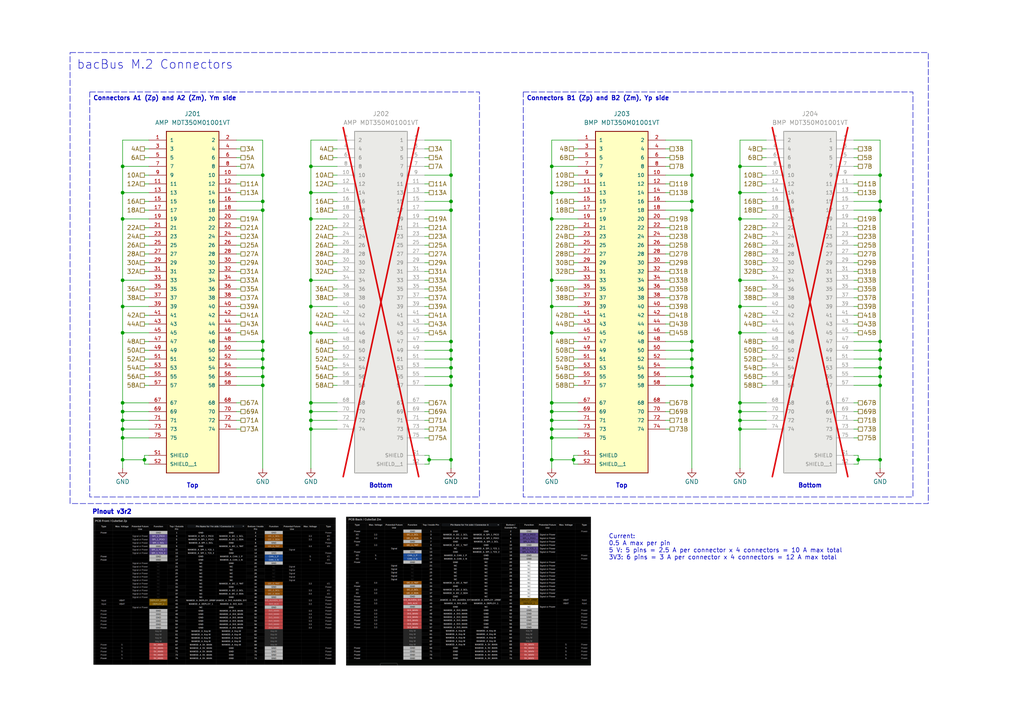
<source format=kicad_sch>
(kicad_sch (version 20231120) (generator "eeschema") (generator_version "8.0")
  (paper "A4")
  (title_block (title "bac MCU MicroMod Main Board USB Adapter v1") (date "2025-02-13") (rev "1") (company "Build a CubeSat") (comment 1 "Manuel Imboden") (comment 2 "CC BY-SA 4.0") (comment 3 "https://buildacubesat.space"))
  (lib_symbols
    (symbol "bac EPS v1:AMP MDT350M01001VT" (pin_names (offset 1.016))
      (property "Reference" "J" (at -7.62 49.53 0))
      (property "Value" "AMP MDT350M01001VT" (at -11.176 -53.594 0))
      (symbol "AMP MDT350M01001VT_0_0"
        (rectangle (start -7.62 48.26) (end 7.62 -50.8) (stroke (width 0.254)) (fill (type background)))
        (pin passive line (at -12.7 45.72 0) (length 5.08) (name "1") (number "1"))
        (pin passive line (at 12.7 35.56 180) (length 5.08) (name "10") (number "10"))
        (pin passive line (at -12.7 33.02 0) (length 5.08) (name "11") (number "11"))
        (pin passive line (at 12.7 33.02 180) (length 5.08) (name "12") (number "12"))
        (pin passive line (at -12.7 30.48 0) (length 5.08) (name "13") (number "13"))
        (pin passive line (at 12.7 30.48 180) (length 5.08) (name "14") (number "14"))
        (pin passive line (at -12.7 27.94 0) (length 5.08) (name "15") (number "15"))
        (pin passive line (at 12.7 27.94 180) (length 5.08) (name "16") (number "16"))
        (pin passive line (at -12.7 25.4 0) (length 5.08) (name "17") (number "17"))
        (pin passive line (at 12.7 25.4 180) (length 5.08) (name "18") (number "18"))
        (pin passive line (at -12.7 22.86 0) (length 5.08) (name "19") (number "19"))
        (pin passive line (at 12.7 45.72 180) (length 5.08) (name "2") (number "2"))
        (pin passive line (at 12.7 22.86 180) (length 5.08) (name "20") (number "20"))
        (pin passive line (at -12.7 20.32 0) (length 5.08) (name "21") (number "21"))
        (pin passive line (at 12.7 20.32 180) (length 5.08) (name "22") (number "22"))
        (pin passive line (at -12.7 17.78 0) (length 5.08) (name "23") (number "23"))
        (pin passive line (at 12.7 17.78 180) (length 5.08) (name "24") (number "24"))
        (pin passive line (at -12.7 15.24 0) (length 5.08) (name "25") (number "25"))
        (pin passive line (at 12.7 15.24 180) (length 5.08) (name "26") (number "26"))
        (pin passive line (at -12.7 12.7 0) (length 5.08) (name "27") (number "27"))
        (pin passive line (at 12.7 12.7 180) (length 5.08) (name "28") (number "28"))
        (pin passive line (at -12.7 10.16 0) (length 5.08) (name "29") (number "29"))
        (pin passive line (at -12.7 43.18 0) (length 5.08) (name "3") (number "3"))
        (pin passive line (at 12.7 10.16 180) (length 5.08) (name "30") (number "30"))
        (pin passive line (at -12.7 7.62 0) (length 5.08) (name "31") (number "31"))
        (pin passive line (at 12.7 7.62 180) (length 5.08) (name "32") (number "32"))
        (pin passive line (at -12.7 5.08 0) (length 5.08) (name "33") (number "33"))
        (pin passive line (at 12.7 5.08 180) (length 5.08) (name "34") (number "34"))
        (pin passive line (at -12.7 2.54 0) (length 5.08) (name "35") (number "35"))
        (pin passive line (at 12.7 2.54 180) (length 5.08) (name "36") (number "36"))
        (pin passive line (at -12.7 0 0) (length 5.08) (name "37") (number "37"))
        (pin passive line (at 12.7 0 180) (length 5.08) (name "38") (number "38"))
        (pin passive line (at -12.7 -2.54 0) (length 5.08) (name "39") (number "39"))
        (pin passive line (at 12.7 43.18 180) (length 5.08) (name "4") (number "4"))
        (pin passive line (at 12.7 -2.54 180) (length 5.08) (name "40") (number "40"))
        (pin passive line (at -12.7 -5.08 0) (length 5.08) (name "41") (number "41"))
        (pin passive line (at 12.7 -5.08 180) (length 5.08) (name "42") (number "42"))
        (pin passive line (at -12.7 -7.62 0) (length 5.08) (name "43") (number "43"))
        (pin passive line (at 12.7 -7.62 180) (length 5.08) (name "44") (number "44"))
        (pin passive line (at -12.7 -10.16 0) (length 5.08) (name "45") (number "45"))
        (pin passive line (at 12.7 -10.16 180) (length 5.08) (name "46") (number "46"))
        (pin passive line (at -12.7 -12.7 0) (length 5.08) (name "47") (number "47"))
        (pin passive line (at 12.7 -12.7 180) (length 5.08) (name "48") (number "48"))
        (pin passive line (at -12.7 -15.24 0) (length 5.08) (name "49") (number "49"))
        (pin passive line (at -12.7 40.64 0) (length 5.08) (name "5") (number "5"))
        (pin passive line (at 12.7 -15.24 180) (length 5.08) (name "50") (number "50"))
        (pin passive line (at -12.7 -17.78 0) (length 5.08) (name "51") (number "51"))
        (pin passive line (at 12.7 -17.78 180) (length 5.08) (name "52") (number "52"))
        (pin passive line (at -12.7 -20.32 0) (length 5.08) (name "53") (number "53"))
        (pin passive line (at 12.7 -20.32 180) (length 5.08) (name "54") (number "54"))
        (pin passive line (at -12.7 -22.86 0) (length 5.08) (name "55") (number "55"))
        (pin passive line (at 12.7 -22.86 180) (length 5.08) (name "56") (number "56"))
        (pin passive line (at -12.7 -25.4 0) (length 5.08) (name "57") (number "57"))
        (pin passive line (at 12.7 -25.4 180) (length 5.08) (name "58") (number "58"))
        (pin passive line (at 12.7 40.64 180) (length 5.08) (name "6") (number "6"))
        (pin passive line (at -12.7 -30.48 0) (length 5.08) (name "67") (number "67"))
        (pin passive line (at 12.7 -30.48 180) (length 5.08) (name "68") (number "68"))
        (pin passive line (at -12.7 -33.02 0) (length 5.08) (name "69") (number "69"))
        (pin passive line (at -12.7 38.1 0) (length 5.08) (name "7") (number "7"))
        (pin passive line (at 12.7 -33.02 180) (length 5.08) (name "70") (number "70"))
        (pin passive line (at -12.7 -35.56 0) (length 5.08) (name "71") (number "71"))
        (pin passive line (at 12.7 -35.56 180) (length 5.08) (name "72") (number "72"))
        (pin passive line (at -12.7 -38.1 0) (length 5.08) (name "73") (number "73"))
        (pin passive line (at 12.7 -38.1 180) (length 5.08) (name "74") (number "74"))
        (pin passive line (at -12.7 -40.64 0) (length 5.08) (name "75") (number "75"))
        (pin passive line (at 12.7 38.1 180) (length 5.08) (name "8") (number "8"))
        (pin passive line (at -12.7 35.56 0) (length 5.08) (name "9") (number "9"))
        (pin passive line (at -12.7 -45.72 0) (length 5.08) (name "SHIELD") (number "S1"))
        (pin passive line (at -12.7 -48.26 0) (length 5.08) (name "SHIELD__1") (number "S2"))
      )
    )
    (symbol "power:GND" (power) (pin_numbers hide) (pin_names (offset 0) hide)
      (property "Value" "GND" (at 0 -3.81 0))
      (symbol "GND_0_1"
        (polyline (pts (xy 0 0) (xy 0 -1.27) (xy 1.27 -1.27) (xy 0 -2.54) (xy -1.27 -1.27) (xy 0 -1.27)))
      )
      (symbol "GND_1_1"
        (pin power_in line (at 0 0 270) (length 0) (name "~") (number "1"))
      )
    )
  )
  (junction (at 130.81 109.22))
  (junction (at 214.63 121.92))
  (junction (at 214.63 48.26))
  (junction (at 200.66 101.6))
  (junction (at 35.56 96.52))
  (junction (at 248.92 133.35))
  (junction (at 130.81 58.42))
  (junction (at 76.2 111.76))
  (junction (at 76.2 106.68))
  (junction (at 200.66 106.68))
  (junction (at 76.2 101.6))
  (junction (at 214.63 119.38))
  (junction (at 255.27 58.42))
  (junction (at 130.81 106.68))
  (junction (at 76.2 58.42))
  (junction (at 35.56 116.84))
  (junction (at 35.56 124.46))
  (junction (at 90.17 81.28))
  (junction (at 90.17 119.38))
  (junction (at 255.27 104.14))
  (junction (at 255.27 106.68))
  (junction (at 160.02 48.26))
  (junction (at 200.66 111.76))
  (junction (at 35.56 121.92))
  (junction (at 90.17 96.52))
  (junction (at 160.02 96.52))
  (junction (at 90.17 88.9))
  (junction (at 90.17 124.46))
  (junction (at 200.66 99.06))
  (junction (at 35.56 88.9))
  (junction (at 35.56 81.28))
  (junction (at 214.63 116.84))
  (junction (at 255.27 111.76))
  (junction (at 160.02 116.84))
  (junction (at 255.27 60.96))
  (junction (at 214.63 88.9))
  (junction (at 90.17 48.26))
  (junction (at 130.81 133.35))
  (junction (at 255.27 109.22))
  (junction (at 255.27 50.8))
  (junction (at 255.27 99.06))
  (junction (at 160.02 63.5))
  (junction (at 214.63 124.46))
  (junction (at 90.17 116.84))
  (junction (at 130.81 111.76))
  (junction (at 160.02 55.88))
  (junction (at 130.81 60.96))
  (junction (at 76.2 109.22))
  (junction (at 124.46 133.35))
  (junction (at 200.66 109.22))
  (junction (at 76.2 60.96))
  (junction (at 200.66 58.42))
  (junction (at 90.17 55.88))
  (junction (at 200.66 60.96))
  (junction (at 35.56 133.35))
  (junction (at 35.56 63.5))
  (junction (at 41.91 133.35))
  (junction (at 214.63 81.28))
  (junction (at 130.81 101.6))
  (junction (at 214.63 63.5))
  (junction (at 76.2 99.06))
  (junction (at 35.56 119.38))
  (junction (at 76.2 104.14))
  (junction (at 130.81 50.8))
  (junction (at 35.56 127))
  (junction (at 200.66 104.14))
  (junction (at 130.81 104.14))
  (junction (at 160.02 88.9))
  (junction (at 255.27 133.35))
  (junction (at 200.66 50.8))
  (junction (at 90.17 121.92))
  (junction (at 160.02 121.92))
  (junction (at 35.56 55.88))
  (junction (at 76.2 50.8))
  (junction (at 160.02 81.28))
  (junction (at 160.02 124.46))
  (junction (at 160.02 119.38))
  (junction (at 214.63 96.52))
  (junction (at 160.02 133.35))
  (junction (at 166.37 133.35))
  (junction (at 130.81 99.06))
  (junction (at 255.27 101.6))
  (junction (at 90.17 63.5))
  (junction (at 214.63 55.88))
  (junction (at 35.56 48.26))
  (junction (at 160.02 127))
  (wire (pts (xy 90.17 55.88) (xy 90.17 48.26)))
  (wire (pts (xy 166.37 71.12) (xy 167.64 71.12)))
  (wire (pts (xy 166.37 58.42) (xy 167.64 58.42)))
  (wire (pts (xy 124.46 43.18) (xy 123.19 43.18)))
  (wire (pts (xy 248.92 78.74) (xy 247.65 78.74)))
  (wire (pts (xy 160.02 88.9) (xy 160.02 96.52)))
  (wire (pts (xy 248.92 48.26) (xy 247.65 48.26)))
  (wire (pts (xy 166.37 111.76) (xy 167.64 111.76)))
  (wire (pts (xy 41.91 86.36) (xy 43.18 86.36)))
  (wire (pts (xy 220.98 76.2) (xy 222.25 76.2)))
  (wire (pts (xy 220.98 68.58) (xy 222.25 68.58)))
  (wire (pts (xy 41.91 68.58) (xy 43.18 68.58)))
  (wire (pts (xy 255.27 50.8) (xy 255.27 58.42)))
  (wire (pts (xy 96.52 111.76) (xy 97.79 111.76)))
  (wire (pts (xy 130.81 40.64) (xy 130.81 50.8)))
  (wire (pts (xy 124.46 119.38) (xy 123.19 119.38)))
  (wire (pts (xy 130.81 111.76) (xy 123.19 111.76)))
  (wire (pts (xy 214.63 55.88) (xy 214.63 48.26)))
  (wire (pts (xy 124.46 81.28) (xy 123.19 81.28)))
  (wire (pts (xy 69.85 96.52) (xy 68.58 96.52)))
  (wire (pts (xy 130.81 101.6) (xy 130.81 104.14)))
  (wire (pts (xy 90.17 135.89) (xy 90.17 124.46)))
  (wire (pts (xy 166.37 45.72) (xy 167.64 45.72)))
  (wire (pts (xy 166.37 83.82) (xy 167.64 83.82)))
  (wire (pts (xy 222.25 40.64) (xy 214.63 40.64)))
  (wire (pts (xy 90.17 121.92) (xy 97.79 121.92)))
  (wire (pts (xy 41.91 99.06) (xy 43.18 99.06)))
  (wire (pts (xy 248.92 96.52) (xy 247.65 96.52)))
  (wire (pts (xy 194.31 43.18) (xy 193.04 43.18)))
  (wire (pts (xy 96.52 43.18) (xy 97.79 43.18)))
  (wire (pts (xy 124.46 78.74) (xy 123.19 78.74)))
  (wire (pts (xy 214.63 124.46) (xy 222.25 124.46)))
  (wire (pts (xy 96.52 45.72) (xy 97.79 45.72)))
  (wire (pts (xy 200.66 111.76) (xy 200.66 135.89)))
  (wire (pts (xy 214.63 40.64) (xy 214.63 48.26)))
  (wire (pts (xy 41.91 43.18) (xy 43.18 43.18)))
  (wire (pts (xy 255.27 60.96) (xy 247.65 60.96)))
  (wire (pts (xy 69.85 68.58) (xy 68.58 68.58)))
  (wire (pts (xy 166.37 60.96) (xy 167.64 60.96)))
  (wire (pts (xy 69.85 91.44) (xy 68.58 91.44)))
  (wire (pts (xy 69.85 78.74) (xy 68.58 78.74)))
  (wire (pts (xy 96.52 50.8) (xy 97.79 50.8)))
  (wire (pts (xy 130.81 133.35) (xy 130.81 135.89)))
  (wire (pts (xy 200.66 109.22) (xy 200.66 111.76)))
  (wire (pts (xy 41.91 78.74) (xy 43.18 78.74)))
  (wire (pts (xy 90.17 116.84) (xy 97.79 116.84)))
  (wire (pts (xy 130.81 50.8) (xy 130.81 58.42)))
  (wire (pts (xy 69.85 73.66) (xy 68.58 73.66)))
  (wire (pts (xy 69.85 116.84) (xy 68.58 116.84)))
  (wire (pts (xy 90.17 116.84) (xy 90.17 96.52)))
  (wire (pts (xy 41.91 76.2) (xy 43.18 76.2)))
  (wire (pts (xy 166.37 132.08) (xy 166.37 133.35)))
  (wire (pts (xy 130.81 60.96) (xy 130.81 99.06)))
  (wire (pts (xy 90.17 96.52) (xy 97.79 96.52)))
  (wire (pts (xy 255.27 111.76) (xy 247.65 111.76)))
  (wire (pts (xy 214.63 124.46) (xy 214.63 121.92)))
  (wire (pts (xy 124.46 66.04) (xy 123.19 66.04)))
  (wire (pts (xy 35.56 55.88) (xy 35.56 48.26)))
  (wire (pts (xy 214.63 81.28) (xy 214.63 88.9)))
  (wire (pts (xy 200.66 104.14) (xy 200.66 106.68)))
  (wire (pts (xy 76.2 104.14) (xy 76.2 106.68)))
  (wire (pts (xy 167.64 40.64) (xy 160.02 40.64)))
  (wire (pts (xy 35.56 63.5) (xy 35.56 81.28)))
  (wire (pts (xy 124.46 71.12) (xy 123.19 71.12)))
  (wire (pts (xy 35.56 124.46) (xy 43.18 124.46)))
  (wire (pts (xy 200.66 60.96) (xy 200.66 99.06)))
  (wire (pts (xy 69.85 119.38) (xy 68.58 119.38)))
  (wire (pts (xy 200.66 60.96) (xy 193.04 60.96)))
  (wire (pts (xy 160.02 48.26) (xy 160.02 40.64)))
  (wire (pts (xy 255.27 99.06) (xy 255.27 101.6)))
  (wire (pts (xy 130.81 109.22) (xy 130.81 111.76)))
  (wire (pts (xy 76.2 40.64) (xy 76.2 50.8)))
  (wire (pts (xy 96.52 83.82) (xy 97.79 83.82)))
  (wire (pts (xy 200.66 106.68) (xy 200.66 109.22)))
  (wire (pts (xy 41.91 60.96) (xy 43.18 60.96)))
  (wire (pts (xy 166.37 106.68) (xy 167.64 106.68)))
  (wire (pts (xy 130.81 40.64) (xy 123.19 40.64)))
  (wire (pts (xy 76.2 109.22) (xy 76.2 111.76)))
  (wire (pts (xy 248.92 66.04) (xy 247.65 66.04)))
  (wire (pts (xy 69.85 124.46) (xy 68.58 124.46)))
  (wire (pts (xy 69.85 83.82) (xy 68.58 83.82)))
  (wire (pts (xy 194.31 68.58) (xy 193.04 68.58)))
  (wire (pts (xy 35.56 81.28) (xy 35.56 88.9)))
  (wire (pts (xy 96.52 68.58) (xy 97.79 68.58)))
  (wire (pts (xy 96.52 104.14) (xy 97.79 104.14)))
  (wire (pts (xy 194.31 48.26) (xy 193.04 48.26)))
  (wire (pts (xy 124.46 132.08) (xy 124.46 133.35)))
  (wire (pts (xy 166.37 101.6) (xy 167.64 101.6)))
  (wire (pts (xy 194.31 45.72) (xy 193.04 45.72)))
  (wire (pts (xy 41.91 58.42) (xy 43.18 58.42)))
  (wire (pts (xy 90.17 88.9) (xy 97.79 88.9)))
  (wire (pts (xy 96.52 76.2) (xy 97.79 76.2)))
  (wire (pts (xy 69.85 81.28) (xy 68.58 81.28)))
  (wire (pts (xy 124.46 127) (xy 123.19 127)))
  (wire (pts (xy 96.52 93.98) (xy 97.79 93.98)))
  (wire (pts (xy 220.98 104.14) (xy 222.25 104.14)))
  (wire (pts (xy 200.66 101.6) (xy 200.66 104.14)))
  (wire (pts (xy 76.2 101.6) (xy 68.58 101.6)))
  (wire (pts (xy 76.2 99.06) (xy 68.58 99.06)))
  (wire (pts (xy 255.27 106.68) (xy 247.65 106.68)))
  (wire (pts (xy 166.37 68.58) (xy 167.64 68.58)))
  (wire (pts (xy 255.27 133.35) (xy 255.27 135.89)))
  (wire (pts (xy 35.56 88.9) (xy 35.56 96.52)))
  (wire (pts (xy 130.81 106.68) (xy 123.19 106.68)))
  (wire (pts (xy 166.37 91.44) (xy 167.64 91.44)))
  (wire (pts (xy 124.46 121.92) (xy 123.19 121.92)))
  (wire (pts (xy 194.31 91.44) (xy 193.04 91.44)))
  (wire (pts (xy 41.91 45.72) (xy 43.18 45.72)))
  (wire (pts (xy 248.92 132.08) (xy 248.92 133.35)))
  (wire (pts (xy 160.02 127) (xy 167.64 127)))
  (wire (pts (xy 76.2 111.76) (xy 76.2 135.89)))
  (wire (pts (xy 35.56 96.52) (xy 35.56 116.84)))
  (wire (pts (xy 124.46 76.2) (xy 123.19 76.2)))
  (wire (pts (xy 41.91 111.76) (xy 43.18 111.76)))
  (wire (pts (xy 35.56 116.84) (xy 35.56 119.38)))
  (wire (pts (xy 96.52 99.06) (xy 97.79 99.06)))
  (wire (pts (xy 255.27 60.96) (xy 255.27 99.06)))
  (wire (pts (xy 160.02 96.52) (xy 167.64 96.52)))
  (wire (pts (xy 214.63 48.26) (xy 222.25 48.26)))
  (wire (pts (xy 194.31 73.66) (xy 193.04 73.66)))
  (wire (pts (xy 248.92 133.35) (xy 248.92 134.62)))
  (wire (pts (xy 255.27 109.22) (xy 247.65 109.22)))
  (wire (pts (xy 200.66 40.64) (xy 193.04 40.64)))
  (wire (pts (xy 255.27 40.64) (xy 255.27 50.8)))
  (wire (pts (xy 220.98 50.8) (xy 222.25 50.8)))
  (wire (pts (xy 96.52 109.22) (xy 97.79 109.22)))
  (wire (pts (xy 76.2 106.68) (xy 68.58 106.68)))
  (wire (pts (xy 220.98 86.36) (xy 222.25 86.36)))
  (wire (pts (xy 35.56 135.89) (xy 35.56 133.35)))
  (wire (pts (xy 166.37 104.14) (xy 167.64 104.14)))
  (wire (pts (xy 214.63 96.52) (xy 222.25 96.52)))
  (wire (pts (xy 130.81 109.22) (xy 123.19 109.22)))
  (wire (pts (xy 41.91 71.12) (xy 43.18 71.12)))
  (wire (pts (xy 160.02 55.88) (xy 167.64 55.88)))
  (wire (pts (xy 160.02 116.84) (xy 160.02 96.52)))
  (wire (pts (xy 96.52 86.36) (xy 97.79 86.36)))
  (wire (pts (xy 220.98 106.68) (xy 222.25 106.68)))
  (wire (pts (xy 220.98 91.44) (xy 222.25 91.44)))
  (wire (pts (xy 124.46 73.66) (xy 123.19 73.66)))
  (wire (pts (xy 90.17 55.88) (xy 97.79 55.88)))
  (wire (pts (xy 41.91 91.44) (xy 43.18 91.44)))
  (wire (pts (xy 255.27 106.68) (xy 255.27 109.22)))
  (wire (pts (xy 248.92 132.08) (xy 247.65 132.08)))
  (wire (pts (xy 214.63 121.92) (xy 214.63 119.38)))
  (wire (pts (xy 220.98 99.06) (xy 222.25 99.06)))
  (wire (pts (xy 248.92 63.5) (xy 247.65 63.5)))
  (wire (pts (xy 194.31 96.52) (xy 193.04 96.52)))
  (wire (pts (xy 248.92 88.9) (xy 247.65 88.9)))
  (wire (pts (xy 166.37 99.06) (xy 167.64 99.06)))
  (wire (pts (xy 96.52 78.74) (xy 97.79 78.74)))
  (wire (pts (xy 124.46 83.82) (xy 123.19 83.82)))
  (wire (pts (xy 69.85 86.36) (xy 68.58 86.36)))
  (wire (pts (xy 194.31 121.92) (xy 193.04 121.92)))
  (wire (pts (xy 69.85 55.88) (xy 68.58 55.88)))
  (wire (pts (xy 160.02 81.28) (xy 160.02 63.5)))
  (wire (pts (xy 166.37 73.66) (xy 167.64 73.66)))
  (wire (pts (xy 200.66 40.64) (xy 200.66 50.8)))
  (wire (pts (xy 69.85 93.98) (xy 68.58 93.98)))
  (wire (pts (xy 248.92 134.62) (xy 247.65 134.62)))
  (wire (pts (xy 76.2 101.6) (xy 76.2 104.14)))
  (wire (pts (xy 214.63 63.5) (xy 214.63 81.28)))
  (wire (pts (xy 160.02 121.92) (xy 160.02 119.38)))
  (wire (pts (xy 35.56 127) (xy 35.56 124.46)))
  (wire (pts (xy 90.17 81.28) (xy 90.17 63.5)))
  (wire (pts (xy 255.27 58.42) (xy 255.27 60.96)))
  (wire (pts (xy 194.31 66.04) (xy 193.04 66.04)))
  (wire (pts (xy 41.91 134.62) (xy 43.18 134.62)))
  (wire (pts (xy 160.02 133.35) (xy 160.02 127)))
  (wire (pts (xy 96.52 71.12) (xy 97.79 71.12)))
  (wire (pts (xy 160.02 133.35) (xy 166.37 133.35)))
  (wire (pts (xy 76.2 50.8) (xy 76.2 58.42)))
  (wire (pts (xy 194.31 119.38) (xy 193.04 119.38)))
  (wire (pts (xy 166.37 76.2) (xy 167.64 76.2)))
  (wire (pts (xy 69.85 53.34) (xy 68.58 53.34)))
  (wire (pts (xy 76.2 111.76) (xy 68.58 111.76)))
  (wire (pts (xy 123.19 116.84) (xy 124.46 116.84)))
  (wire (pts (xy 35.56 127) (xy 43.18 127)))
  (wire (pts (xy 76.2 106.68) (xy 76.2 109.22)))
  (wire (pts (xy 194.31 55.88) (xy 193.04 55.88)))
  (wire (pts (xy 194.31 88.9) (xy 193.04 88.9)))
  (wire (pts (xy 41.91 53.34) (xy 43.18 53.34)))
  (wire (pts (xy 160.02 119.38) (xy 167.64 119.38)))
  (wire (pts (xy 194.31 53.34) (xy 193.04 53.34)))
  (wire (pts (xy 194.31 93.98) (xy 193.04 93.98)))
  (wire (pts (xy 160.02 116.84) (xy 167.64 116.84)))
  (wire (pts (xy 41.91 104.14) (xy 43.18 104.14)))
  (wire (pts (xy 255.27 104.14) (xy 247.65 104.14)))
  (wire (pts (xy 160.02 127) (xy 160.02 124.46)))
  (wire (pts (xy 214.63 119.38) (xy 222.25 119.38)))
  (wire (pts (xy 160.02 63.5) (xy 167.64 63.5)))
  (wire (pts (xy 124.46 93.98) (xy 123.19 93.98)))
  (wire (pts (xy 76.2 58.42) (xy 76.2 60.96)))
  (wire (pts (xy 166.37 50.8) (xy 167.64 50.8)))
  (wire (pts (xy 160.02 124.46) (xy 160.02 121.92)))
  (wire (pts (xy 90.17 48.26) (xy 97.79 48.26)))
  (wire (pts (xy 220.98 71.12) (xy 222.25 71.12)))
  (wire (pts (xy 130.81 99.06) (xy 130.81 101.6)))
  (wire (pts (xy 69.85 43.18) (xy 68.58 43.18)))
  (wire (pts (xy 248.92 43.18) (xy 247.65 43.18)))
  (wire (pts (xy 248.92 55.88) (xy 247.65 55.88)))
  (wire (pts (xy 166.37 86.36) (xy 167.64 86.36)))
  (wire (pts (xy 41.91 73.66) (xy 43.18 73.66)))
  (wire (pts (xy 160.02 88.9) (xy 167.64 88.9)))
  (wire (pts (xy 130.81 106.68) (xy 130.81 109.22)))
  (wire (pts (xy 194.31 124.46) (xy 193.04 124.46)))
  (wire (pts (xy 124.46 55.88) (xy 123.19 55.88)))
  (wire (pts (xy 166.37 134.62) (xy 167.64 134.62)))
  (wire (pts (xy 96.52 60.96) (xy 97.79 60.96)))
  (wire (pts (xy 160.02 116.84) (xy 160.02 119.38)))
  (wire (pts (xy 41.91 132.08) (xy 41.91 133.35)))
  (wire (pts (xy 35.56 88.9) (xy 43.18 88.9)))
  (wire (pts (xy 166.37 132.08) (xy 167.64 132.08)))
  (wire (pts (xy 248.92 121.92) (xy 247.65 121.92)))
  (wire (pts (xy 69.85 48.26) (xy 68.58 48.26)))
  (wire (pts (xy 220.98 73.66) (xy 222.25 73.66)))
  (wire (pts (xy 41.91 83.82) (xy 43.18 83.82)))
  (wire (pts (xy 194.31 71.12) (xy 193.04 71.12)))
  (wire (pts (xy 96.52 58.42) (xy 97.79 58.42)))
  (wire (pts (xy 124.46 133.35) (xy 124.46 134.62)))
  (wire (pts (xy 200.66 58.42) (xy 200.66 60.96)))
  (wire (pts (xy 193.04 50.8) (xy 200.66 50.8)))
  (wire (pts (xy 160.02 81.28) (xy 160.02 88.9)))
  (wire (pts (xy 214.63 96.52) (xy 214.63 116.84)))
  (wire (pts (xy 214.63 88.9) (xy 214.63 96.52)))
  (wire (pts (xy 41.91 132.08) (xy 43.18 132.08)))
  (wire (pts (xy 68.58 50.8) (xy 76.2 50.8)))
  (wire (pts (xy 130.81 101.6) (xy 123.19 101.6)))
  (wire (pts (xy 214.63 135.89) (xy 214.63 124.46)))
  (wire (pts (xy 200.66 99.06) (xy 193.04 99.06)))
  (wire (pts (xy 200.66 58.42) (xy 193.04 58.42)))
  (wire (pts (xy 124.46 86.36) (xy 123.19 86.36)))
  (wire (pts (xy 214.63 116.84) (xy 214.63 119.38)))
  (wire (pts (xy 194.31 63.5) (xy 193.04 63.5)))
  (wire (pts (xy 194.31 83.82) (xy 193.04 83.82)))
  (wire (pts (xy 200.66 111.76) (xy 193.04 111.76)))
  (wire (pts (xy 255.27 111.76) (xy 255.27 133.35)))
  (wire (pts (xy 90.17 63.5) (xy 90.17 55.88)))
  (wire (pts (xy 247.65 50.8) (xy 255.27 50.8)))
  (wire (pts (xy 220.98 45.72) (xy 222.25 45.72)))
  (wire (pts (xy 130.81 104.14) (xy 123.19 104.14)))
  (wire (pts (xy 35.56 133.35) (xy 41.91 133.35)))
  (wire (pts (xy 255.27 99.06) (xy 247.65 99.06)))
  (wire (pts (xy 220.98 101.6) (xy 222.25 101.6)))
  (wire (pts (xy 96.52 53.34) (xy 97.79 53.34)))
  (wire (pts (xy 35.56 55.88) (xy 35.56 63.5)))
  (wire (pts (xy 96.52 66.04) (xy 97.79 66.04)))
  (wire (pts (xy 124.46 63.5) (xy 123.19 63.5)))
  (wire (pts (xy 90.17 81.28) (xy 97.79 81.28)))
  (wire (pts (xy 248.92 68.58) (xy 247.65 68.58)))
  (wire (pts (xy 76.2 109.22) (xy 68.58 109.22)))
  (wire (pts (xy 166.37 43.18) (xy 167.64 43.18)))
  (wire (pts (xy 69.85 71.12) (xy 68.58 71.12)))
  (wire (pts (xy 194.31 86.36) (xy 193.04 86.36)))
  (wire (pts (xy 90.17 88.9) (xy 90.17 81.28)))
  (wire (pts (xy 248.92 45.72) (xy 247.65 45.72)))
  (wire (pts (xy 124.46 53.34) (xy 123.19 53.34)))
  (wire (pts (xy 41.91 106.68) (xy 43.18 106.68)))
  (wire (pts (xy 130.81 58.42) (xy 123.19 58.42)))
  (wire (pts (xy 166.37 133.35) (xy 166.37 134.62)))
  (wire (pts (xy 248.92 127) (xy 247.65 127)))
  (wire (pts (xy 69.85 76.2) (xy 68.58 76.2)))
  (wire (pts (xy 248.92 71.12) (xy 247.65 71.12)))
  (wire (pts (xy 214.63 116.84) (xy 222.25 116.84)))
  (wire (pts (xy 248.92 124.46) (xy 247.65 124.46)))
  (wire (pts (xy 41.91 109.22) (xy 43.18 109.22)))
  (wire (pts (xy 69.85 88.9) (xy 68.58 88.9)))
  (wire (pts (xy 124.46 48.26) (xy 123.19 48.26)))
  (wire (pts (xy 200.66 104.14) (xy 193.04 104.14)))
  (wire (pts (xy 124.46 124.46) (xy 123.19 124.46)))
  (wire (pts (xy 76.2 40.64) (xy 68.58 40.64)))
  (wire (pts (xy 130.81 111.76) (xy 130.81 133.35)))
  (wire (pts (xy 248.92 81.28) (xy 247.65 81.28)))
  (wire (pts (xy 90.17 121.92) (xy 90.17 119.38)))
  (wire (pts (xy 130.81 60.96) (xy 123.19 60.96)))
  (wire (pts (xy 248.92 73.66) (xy 247.65 73.66)))
  (wire (pts (xy 220.98 83.82) (xy 222.25 83.82)))
  (wire (pts (xy 220.98 78.74) (xy 222.25 78.74)))
  (wire (pts (xy 166.37 53.34) (xy 167.64 53.34)))
  (wire (pts (xy 255.27 104.14) (xy 255.27 106.68)))
  (wire (pts (xy 160.02 55.88) (xy 160.02 63.5)))
  (wire (pts (xy 166.37 78.74) (xy 167.64 78.74)))
  (wire (pts (xy 43.18 40.64) (xy 35.56 40.64)))
  (wire (pts (xy 35.56 119.38) (xy 43.18 119.38)))
  (wire (pts (xy 41.91 66.04) (xy 43.18 66.04)))
  (wire (pts (xy 160.02 81.28) (xy 167.64 81.28)))
  (wire (pts (xy 124.46 96.52) (xy 123.19 96.52)))
  (wire (pts (xy 220.98 60.96) (xy 222.25 60.96)))
  (wire (pts (xy 35.56 48.26) (xy 43.18 48.26)))
  (wire (pts (xy 96.52 73.66) (xy 97.79 73.66)))
  (wire (pts (xy 90.17 124.46) (xy 97.79 124.46)))
  (wire (pts (xy 35.56 119.38) (xy 35.56 121.92)))
  (wire (pts (xy 124.46 132.08) (xy 123.19 132.08)))
  (wire (pts (xy 130.81 99.06) (xy 123.19 99.06)))
  (wire (pts (xy 130.81 104.14) (xy 130.81 106.68)))
  (wire (pts (xy 35.56 63.5) (xy 43.18 63.5)))
  (wire (pts (xy 160.02 135.89) (xy 160.02 133.35)))
  (wire (pts (xy 35.56 55.88) (xy 43.18 55.88)))
  (wire (pts (xy 76.2 58.42) (xy 68.58 58.42)))
  (wire (pts (xy 200.66 101.6) (xy 193.04 101.6)))
  (wire (pts (xy 200.66 109.22) (xy 193.04 109.22)))
  (wire (pts (xy 220.98 93.98) (xy 222.25 93.98)))
  (wire (pts (xy 214.63 55.88) (xy 214.63 63.5)))
  (wire (pts (xy 76.2 60.96) (xy 68.58 60.96)))
  (wire (pts (xy 96.52 101.6) (xy 97.79 101.6)))
  (wire (pts (xy 123.19 50.8) (xy 130.81 50.8)))
  (wire (pts (xy 35.56 40.64) (xy 35.56 48.26)))
  (wire (pts (xy 166.37 109.22) (xy 167.64 109.22)))
  (wire (pts (xy 248.92 91.44) (xy 247.65 91.44)))
  (wire (pts (xy 220.98 43.18) (xy 222.25 43.18)))
  (wire (pts (xy 214.63 55.88) (xy 222.25 55.88)))
  (wire (pts (xy 194.31 78.74) (xy 193.04 78.74)))
  (wire (pts (xy 90.17 121.92) (xy 90.17 124.46)))
  (wire (pts (xy 90.17 40.64) (xy 90.17 48.26)))
  (wire (pts (xy 96.52 106.68) (xy 97.79 106.68)))
  (wire (pts (xy 35.56 124.46) (xy 35.56 121.92)))
  (wire (pts (xy 166.37 93.98) (xy 167.64 93.98)))
  (wire (pts (xy 124.46 134.62) (xy 123.19 134.62)))
  (wire (pts (xy 160.02 48.26) (xy 160.02 55.88)))
  (wire (pts (xy 200.66 50.8) (xy 200.66 58.42)))
  (wire (pts (xy 90.17 119.38) (xy 97.79 119.38)))
  (wire (pts (xy 248.92 93.98) (xy 247.65 93.98)))
  (wire (pts (xy 35.56 81.28) (xy 43.18 81.28)))
  (wire (pts (xy 90.17 63.5) (xy 97.79 63.5)))
  (wire (pts (xy 248.92 116.84) (xy 247.65 116.84)))
  (wire (pts (xy 248.92 76.2) (xy 247.65 76.2)))
  (wire (pts (xy 97.79 40.64) (xy 90.17 40.64)))
  (wire (pts (xy 124.46 45.72) (xy 123.19 45.72)))
  (wire (pts (xy 214.63 63.5) (xy 222.25 63.5)))
  (wire (pts (xy 160.02 124.46) (xy 167.64 124.46)))
  (wire (pts (xy 194.31 76.2) (xy 193.04 76.2)))
  (wire (pts (xy 41.91 101.6) (xy 43.18 101.6)))
  (wire (pts (xy 194.31 81.28) (xy 193.04 81.28)))
  (wire (pts (xy 35.56 116.84) (xy 43.18 116.84)))
  (wire (pts (xy 69.85 45.72) (xy 68.58 45.72)))
  (wire (pts (xy 220.98 58.42) (xy 222.25 58.42)))
  (wire (pts (xy 90.17 116.84) (xy 90.17 119.38)))
  (wire (pts (xy 160.02 121.92) (xy 167.64 121.92)))
  (wire (pts (xy 69.85 121.92) (xy 68.58 121.92)))
  (wire (pts (xy 41.91 133.35) (xy 41.91 134.62)))
  (wire (pts (xy 130.81 133.35) (xy 124.46 133.35)))
  (wire (pts (xy 76.2 104.14) (xy 68.58 104.14)))
  (wire (pts (xy 76.2 99.06) (xy 76.2 101.6)))
  (wire (pts (xy 124.46 88.9) (xy 123.19 88.9)))
  (wire (pts (xy 255.27 40.64) (xy 247.65 40.64)))
  (wire (pts (xy 200.66 99.06) (xy 200.66 101.6)))
  (wire (pts (xy 220.98 66.04) (xy 222.25 66.04)))
  (wire (pts (xy 194.31 116.84) (xy 193.04 116.84)))
  (wire (pts (xy 90.17 88.9) (xy 90.17 96.52)))
  (wire (pts (xy 214.63 121.92) (xy 222.25 121.92)))
  (wire (pts (xy 166.37 66.04) (xy 167.64 66.04)))
  (wire (pts (xy 255.27 109.22) (xy 255.27 111.76)))
  (wire (pts (xy 69.85 66.04) (xy 68.58 66.04)))
  (wire (pts (xy 124.46 68.58) (xy 123.19 68.58)))
  (wire (pts (xy 35.56 121.92) (xy 43.18 121.92)))
  (wire (pts (xy 214.63 81.28) (xy 222.25 81.28)))
  (wire (pts (xy 69.85 63.5) (xy 68.58 63.5)))
  (wire (pts (xy 248.92 86.36) (xy 247.65 86.36)))
  (wire (pts (xy 248.92 119.38) (xy 247.65 119.38)))
  (wire (pts (xy 200.66 106.68) (xy 193.04 106.68)))
  (wire (pts (xy 255.27 101.6) (xy 255.27 104.14)))
  (wire (pts (xy 220.98 109.22) (xy 222.25 109.22)))
  (wire (pts (xy 220.98 111.76) (xy 222.25 111.76)))
  (wire (pts (xy 124.46 91.44) (xy 123.19 91.44)))
  (wire (pts (xy 35.56 133.35) (xy 35.56 127)))
  (wire (pts (xy 130.81 58.42) (xy 130.81 60.96)))
  (wire (pts (xy 214.63 88.9) (xy 222.25 88.9)))
  (wire (pts (xy 255.27 58.42) (xy 247.65 58.42)))
  (wire (pts (xy 248.92 83.82) (xy 247.65 83.82)))
  (wire (pts (xy 76.2 60.96) (xy 76.2 99.06)))
  (wire (pts (xy 96.52 91.44) (xy 97.79 91.44)))
  (wire (pts (xy 248.92 53.34) (xy 247.65 53.34)))
  (wire (pts (xy 220.98 53.34) (xy 222.25 53.34)))
  (wire (pts (xy 255.27 133.35) (xy 248.92 133.35)))
  (wire (pts (xy 35.56 96.52) (xy 43.18 96.52)))
  (wire (pts (xy 41.91 50.8) (xy 43.18 50.8)))
  (wire (pts (xy 41.91 93.98) (xy 43.18 93.98)))
  (wire (pts (xy 160.02 48.26) (xy 167.64 48.26)))
  (wire (pts (xy 255.27 101.6) (xy 247.65 101.6)))
  (image (at 62.23 171.45) (scale 0.611963))
  (image (at 135.89 171.45) (scale 0.61836))
  (text_box "Connectors A1 (Zp) and A2 (Zm), Ym side" (at 26.035 26.67 0) (size 113.03 117.475) (stroke (width 0) (type dash)) (effects (font (size 1.27 1.27) (thickness 0.254) (bold yes)) (justify left top)))
  (text_box "Connectors B1 (Zp) and B2 (Zm), Yp side" (at 151.765 26.67 0) (size 113.03 117.475) (stroke (width 0) (type dash)) (effects (font (size 1.27 1.27) (thickness 0.254) (bold yes)) (justify left top)))
  (text_box "bacBus M.2 Connectors" (at 20.32 15.24 0) (size 248.92 130.81) (stroke (width 0) (type dash)) (effects (font (size 2.54 2.54)) (justify left top)))
  (text "Top" (at 180.34 140.97 0) (effects (font (size 1.27 1.27) (bold yes))))
  (text "Bottom" (at 234.95 140.97 0) (effects (font (size 1.27 1.27) (bold yes))))
  (text "Current:\n0.5 A max per pin\n5 V: 5 pins = 2.5 A per connector x 4 connectors = 10 A max total\n3V3: 6 pins = 3 A per connector x 4 connectors = 12 A max total" (at 176.53 158.75 0) (effects (font (size 1.27 1.27)) (justify left)))
  (text "Top" (at 55.88 140.97 0) (effects (font (size 1.27 1.27) (bold yes))))
  (text "Bottom" (at 110.49 140.97 0) (effects (font (size 1.27 1.27) (bold yes))))
  (text "Pinout v3r2" (at 26.67 148.59 0) (effects (font (size 1.27 1.27) (thickness 0.381) (bold yes)) (justify left)))
  (hierarchical_label "23A" (shape passive) (at 69.85 68.58 0))
  (hierarchical_label "18B" (shape passive) (at 220.98 60.96 180))
  (hierarchical_label "35A" (shape passive) (at 124.46 83.82 0))
  (hierarchical_label "71A" (shape passive) (at 124.46 121.92 0))
  (hierarchical_label "4A" (shape passive) (at 41.91 43.18 180))
  (hierarchical_label "42A" (shape passive) (at 96.52 91.44 180))
  (hierarchical_label "44A" (shape passive) (at 41.91 93.98 180))
  (hierarchical_label "52A" (shape passive) (at 41.91 104.14 180))
  (hierarchical_label "30B" (shape passive) (at 220.98 76.2 180))
  (hierarchical_label "5B" (shape passive) (at 194.31 45.72 0))
  (hierarchical_label "21A" (shape passive) (at 124.46 66.04 0))
  (hierarchical_label "13B" (shape passive) (at 194.31 55.88 0))
  (hierarchical_label "33A" (shape passive) (at 69.85 81.28 0))
  (hierarchical_label "42A" (shape passive) (at 41.91 91.44 180))
  (hierarchical_label "43A" (shape passive) (at 124.46 93.98 0))
  (hierarchical_label "6B" (shape passive) (at 166.37 45.72 180))
  (hierarchical_label "38B" (shape passive) (at 220.98 86.36 180))
  (hierarchical_label "10A" (shape passive) (at 96.52 50.8 180))
  (hierarchical_label "12B" (shape passive) (at 220.98 53.34 180))
  (hierarchical_label "30B" (shape passive) (at 166.37 76.2 180))
  (hierarchical_label "7A" (shape passive) (at 69.85 48.26 0))
  (hierarchical_label "71B" (shape passive) (at 248.92 121.92 0))
  (hierarchical_label "69A" (shape passive) (at 124.46 119.38 0))
  (hierarchical_label "71B" (shape passive) (at 194.31 121.92 0))
  (hierarchical_label "42B" (shape passive) (at 166.37 91.44 180))
  (hierarchical_label "67B" (shape passive) (at 248.92 116.84 0))
  (hierarchical_label "36B" (shape passive) (at 166.37 83.82 180))
  (hierarchical_label "44B" (shape passive) (at 166.37 93.98 180))
  (hierarchical_label "39B" (shape passive) (at 194.31 88.9 0))
  (hierarchical_label "32A" (shape passive) (at 41.91 78.74 180))
  (hierarchical_label "11B" (shape passive) (at 194.31 53.34 0))
  (hierarchical_label "73A" (shape passive) (at 124.46 124.46 0))
  (hierarchical_label "39B" (shape passive) (at 248.92 88.9 0))
  (hierarchical_label "3B" (shape passive) (at 194.31 43.18 0))
  (hierarchical_label "3A" (shape passive) (at 69.85 43.18 0))
  (hierarchical_label "37A" (shape passive) (at 69.85 86.36 0))
  (hierarchical_label "44B" (shape passive) (at 220.98 93.98 180))
  (hierarchical_label "4B" (shape passive) (at 166.37 43.18 180))
  (hierarchical_label "12A" (shape passive) (at 96.52 53.34 180))
  (hierarchical_label "67A" (shape passive) (at 69.85 116.84 0))
  (hierarchical_label "32A" (shape passive) (at 96.52 78.74 180))
  (hierarchical_label "36B" (shape passive) (at 220.98 83.82 180))
  (hierarchical_label "43B" (shape passive) (at 194.31 93.98 0))
  (hierarchical_label "39A" (shape passive) (at 124.46 88.9 0))
  (hierarchical_label "18B" (shape passive) (at 166.37 60.96 180))
  (hierarchical_label "27B" (shape passive) (at 248.92 73.66 0))
  (hierarchical_label "37B" (shape passive) (at 248.92 86.36 0))
  (hierarchical_label "37B" (shape passive) (at 194.31 86.36 0))
  (hierarchical_label "6A" (shape passive) (at 41.91 45.72 180))
  (hierarchical_label "45A" (shape passive) (at 69.85 96.52 0))
  (hierarchical_label "58A" (shape passive) (at 96.52 111.76 180))
  (hierarchical_label "58B" (shape passive) (at 166.37 111.76 180))
  (hierarchical_label "26B" (shape passive) (at 220.98 71.12 180))
  (hierarchical_label "19A" (shape passive) (at 69.85 63.5 0))
  (hierarchical_label "7A" (shape passive) (at 124.46 48.26 0))
  (hierarchical_label "23A" (shape passive) (at 124.46 68.58 0))
  (hierarchical_label "12B" (shape passive) (at 166.37 53.34 180))
  (hierarchical_label "31B" (shape passive) (at 194.31 78.74 0))
  (hierarchical_label "28B" (shape passive) (at 220.98 73.66 180))
  (hierarchical_label "71A" (shape passive) (at 69.85 121.92 0))
  (hierarchical_label "56B" (shape passive) (at 220.98 109.22 180))
  (hierarchical_label "25A" (shape passive) (at 69.85 71.12 0))
  (hierarchical_label "31B" (shape passive) (at 248.92 78.74 0))
  (hierarchical_label "24B" (shape passive) (at 166.37 68.58 180))
  (hierarchical_label "58B" (shape passive) (at 220.98 111.76 180))
  (hierarchical_label "23B" (shape passive) (at 194.31 68.58 0))
  (hierarchical_label "52B" (shape passive) (at 166.37 104.14 180))
  (hierarchical_label "22A" (shape passive) (at 41.91 66.04 180))
  (hierarchical_label "73B" (shape passive) (at 194.31 124.46 0))
  (hierarchical_label "26B" (shape passive) (at 166.37 71.12 180))
  (hierarchical_label "25B" (shape passive) (at 194.31 71.12 0))
  (hierarchical_label "16A" (shape passive) (at 41.91 58.42 180))
  (hierarchical_label "67A" (shape passive) (at 124.46 116.84 0))
  (hierarchical_label "45A" (shape passive) (at 124.46 96.52 0))
  (hierarchical_label "21B" (shape passive) (at 194.31 66.04 0))
  (hierarchical_label "18A" (shape passive) (at 96.52 60.96 180))
  (hierarchical_label "56B" (shape passive) (at 166.37 109.22 180))
  (hierarchical_label "50A" (shape passive) (at 96.52 101.6 180))
  (hierarchical_label "31A" (shape passive) (at 69.85 78.74 0))
  (hierarchical_label "21A" (shape passive) (at 69.85 66.04 0))
  (hierarchical_label "32B" (shape passive) (at 166.37 78.74 180))
  (hierarchical_label "41B" (shape passive) (at 194.31 91.44 0))
  (hierarchical_label "3A" (shape passive) (at 124.46 43.18 0))
  (hierarchical_label "50B" (shape passive) (at 220.98 101.6 180))
  (hierarchical_label "69A" (shape passive) (at 69.85 119.38 0))
  (hierarchical_label "4B" (shape passive) (at 220.98 43.18 180))
  (hierarchical_label "22A" (shape passive) (at 96.52 66.04 180))
  (hierarchical_label "32B" (shape passive) (at 220.98 78.74 180))
  (hierarchical_label "75B" (shape passive) (at 248.92 127 0))
  (hierarchical_label "6B" (shape passive) (at 220.98 45.72 180))
  (hierarchical_label "19B" (shape passive) (at 194.31 63.5 0))
  (hierarchical_label "43B" (shape passive) (at 248.92 93.98 0))
  (hierarchical_label "43A" (shape passive) (at 69.85 93.98 0))
  (hierarchical_label "18A" (shape passive) (at 41.91 60.96 180))
  (hierarchical_label "24A" (shape passive) (at 96.52 68.58 180))
  (hierarchical_label "28A" (shape passive) (at 96.52 73.66 180))
  (hierarchical_label "33B" (shape passive) (at 194.31 81.28 0))
  (hierarchical_label "29B" (shape passive) (at 248.92 76.2 0))
  (hierarchical_label "13A" (shape passive) (at 69.85 55.88 0))
  (hierarchical_label "7B" (shape passive) (at 194.31 48.26 0))
  (hierarchical_label "24B" (shape passive) (at 220.98 68.58 180))
  (hierarchical_label "54B" (shape passive) (at 220.98 106.68 180))
  (hierarchical_label "13B" (shape passive) (at 248.92 55.88 0))
  (hierarchical_label "35A" (shape passive) (at 69.85 83.82 0))
  (hierarchical_label "44A" (shape passive) (at 96.52 93.98 180))
  (hierarchical_label "10B" (shape passive) (at 220.98 50.8 180))
  (hierarchical_label "25A" (shape passive) (at 124.46 71.12 0))
  (hierarchical_label "50B" (shape passive) (at 166.37 101.6 180))
  (hierarchical_label "45B" (shape passive) (at 194.31 96.52 0))
  (hierarchical_label "56A" (shape passive) (at 41.91 109.22 180))
  (hierarchical_label "67B" (shape passive) (at 194.31 116.84 0))
  (hierarchical_label "73A" (shape passive) (at 69.85 124.46 0))
  (hierarchical_label "29A" (shape passive) (at 124.46 76.2 0))
  (hierarchical_label "35B" (shape passive) (at 248.92 83.82 0))
  (hierarchical_label "54B" (shape passive) (at 166.37 106.68 180))
  (hierarchical_label "38A" (shape passive) (at 41.91 86.36 180))
  (hierarchical_label "38A" (shape passive) (at 96.52 86.36 180))
  (hierarchical_label "36A" (shape passive) (at 41.91 83.82 180))
  (hierarchical_label "5A" (shape passive) (at 69.85 45.72 0))
  (hierarchical_label "48A" (shape passive) (at 96.52 99.06 180))
  (hierarchical_label "19B" (shape passive) (at 248.92 63.5 0))
  (hierarchical_label "41B" (shape passive) (at 248.92 91.44 0))
  (hierarchical_label "42B" (shape passive) (at 220.98 91.44 180))
  (hierarchical_label "58A" (shape passive) (at 41.91 111.76 180))
  (hierarchical_label "12A" (shape passive) (at 41.91 53.34 180))
  (hierarchical_label "38B" (shape passive) (at 166.37 86.36 180))
  (hierarchical_label "29B" (shape passive) (at 194.31 76.2 0))
  (hierarchical_label "54A" (shape passive) (at 41.91 106.68 180))
  (hierarchical_label "13A" (shape passive) (at 124.46 55.88 0))
  (hierarchical_label "23B" (shape passive) (at 248.92 68.58 0))
  (hierarchical_label "37A" (shape passive) (at 124.46 86.36 0))
  (hierarchical_label "27A" (shape passive) (at 124.46 73.66 0))
  (hierarchical_label "48B" (shape passive) (at 166.37 99.06 180))
  (hierarchical_label "52A" (shape passive) (at 96.52 104.14 180))
  (hierarchical_label "26A" (shape passive) (at 41.91 71.12 180))
  (hierarchical_label "10B" (shape passive) (at 166.37 50.8 180))
  (hierarchical_label "31A" (shape passive) (at 124.46 78.74 0))
  (hierarchical_label "48B" (shape passive) (at 220.98 99.06 180))
  (hierarchical_label "56A" (shape passive) (at 96.52 109.22 180))
  (hierarchical_label "29A" (shape passive) (at 69.85 76.2 0))
  (hierarchical_label "21B" (shape passive) (at 248.92 66.04 0))
  (hierarchical_label "7B" (shape passive) (at 248.92 48.26 0))
  (hierarchical_label "52B" (shape passive) (at 220.98 104.14 180))
  (hierarchical_label "30A" (shape passive) (at 96.52 76.2 180))
  (hierarchical_label "27A" (shape passive) (at 69.85 73.66 0))
  (hierarchical_label "28B" (shape passive) (at 166.37 73.66 180))
  (hierarchical_label "50A" (shape passive) (at 41.91 101.6 180))
  (hierarchical_label "28A" (shape passive) (at 41.91 73.66 180))
  (hierarchical_label "22B" (shape passive) (at 166.37 66.04 180))
  (hierarchical_label "5A" (shape passive) (at 124.46 45.72 0))
  (hierarchical_label "41A" (shape passive) (at 124.46 91.44 0))
  (hierarchical_label "33B" (shape passive) (at 248.92 81.28 0))
  (hierarchical_label "5B" (shape passive) (at 248.92 45.72 0))
  (hierarchical_label "22B" (shape passive) (at 220.98 66.04 180))
  (hierarchical_label "39A" (shape passive) (at 69.85 88.9 0))
  (hierarchical_label "19A" (shape passive) (at 124.46 63.5 0))
  (hierarchical_label "16B" (shape passive) (at 220.98 58.42 180))
  (hierarchical_label "11A" (shape passive) (at 69.85 53.34 0))
  (hierarchical_label "3B" (shape passive) (at 248.92 43.18 0))
  (hierarchical_label "27B" (shape passive) (at 194.31 73.66 0))
  (hierarchical_label "75A" (shape passive) (at 124.46 127 0))
  (hierarchical_label "11B" (shape passive) (at 248.92 53.34 0))
  (hierarchical_label "69B" (shape passive) (at 248.92 119.38 0))
  (hierarchical_label "25B" (shape passive) (at 248.92 71.12 0))
  (hierarchical_label "35B" (shape passive) (at 194.31 83.82 0))
  (hierarchical_label "4A" (shape passive) (at 96.52 43.18 180))
  (hierarchical_label "45B" (shape passive) (at 248.92 96.52 0))
  (hierarchical_label "48A" (shape passive) (at 41.91 99.06 180))
  (hierarchical_label "6A" (shape passive) (at 96.52 45.72 180))
  (hierarchical_label "16B" (shape passive) (at 166.37 58.42 180))
  (hierarchical_label "73B" (shape passive) (at 248.92 124.46 0))
  (hierarchical_label "36A" (shape passive) (at 96.52 83.82 180))
  (hierarchical_label "24A" (shape passive) (at 41.91 68.58 180))
  (hierarchical_label "10A" (shape passive) (at 41.91 50.8 180))
  (hierarchical_label "41A" (shape passive) (at 69.85 91.44 0))
  (hierarchical_label "69B" (shape passive) (at 194.31 119.38 0))
  (hierarchical_label "11A" (shape passive) (at 124.46 53.34 0))
  (hierarchical_label "26A" (shape passive) (at 96.52 71.12 180))
  (hierarchical_label "16A" (shape passive) (at 96.52 58.42 180))
  (hierarchical_label "54A" (shape passive) (at 96.52 106.68 180))
  (hierarchical_label "33A" (shape passive) (at 124.46 81.28 0))
  (hierarchical_label "30A" (shape passive) (at 41.91 76.2 180))
  (symbol (lib_id "bac EPS v1:AMP MDT350M01001VT") (at 55.88 86.36 0) (unit 1)
    (property "Reference" "J201" (at 55.88 33.02 0))
    (property "Value" "AMP MDT350M01001VT" (at 55.88 35.56 0))
    (property "Footprint" "bac EPS v1:AMP-MDT350M01001VT" (effects (hide yes)))
    (property "Datasheet" "https://cdn.amphenol-cs.com/media/wysiwyg/files/documentation/datasheet/ssio/ssio_pcie_m2.pdf" (effects (hide yes)))
    (property "Description" "CONN M.2 FMALE 67POS 0.020 GOLD" (effects (hide yes)))
    (property "PARTREV" "2" (effects (hide yes)))
    (property "STANDARD" "Manufacturer Recommendations" (effects (hide yes)))
    (property "MAXIMUM_PACKAGE_HEIGHT" "5.75 mm" (effects (hide yes)))
    (property "MANUFACTURER" "Amphenol FCI" (effects (hide yes)))
  )
  (symbol (lib_id "power:GND") (at 35.56 135.89 0) (unit 1)
    (property "Reference" "#PWR0201" (effects (hide yes)))
    (property "Value" "GND" (at 35.56 139.7 0))
    (property "Description" "Power symbol creates a global label with name \"GND\" , ground" (effects (hide yes)))
  )
  (symbol (lib_id "power:GND") (at 130.81 135.89 0) (mirror y) (unit 1)
    (property "Reference" "#PWR0204" (effects (hide yes)))
    (property "Value" "GND" (at 130.81 139.7 0))
    (property "Description" "Power symbol creates a global label with name \"GND\" , ground" (effects (hide yes)))
  )
  (symbol (lib_id "bac EPS v1:AMP MDT350M01001VT") (at 180.34 86.36 0) (unit 1)
    (property "Reference" "J203" (at 180.34 33.02 0))
    (property "Value" "BMP MDT350M01001VT" (at 180.34 35.56 0))
    (property "Footprint" "bac EPS v1:AMP-MDT350M01001VT" (effects (hide yes)))
    (property "Datasheet" "https://cdn.amphenol-cs.com/media/wysiwyg/files/documentation/datasheet/ssio/ssio_pcie_m2.pdf" (effects (hide yes)))
    (property "Description" "CONN M.2 FMALE 67POS 0.020 GOLD" (effects (hide yes)))
    (property "PARTREV" "2" (effects (hide yes)))
    (property "STANDARD" "Manufacturer Recommendations" (effects (hide yes)))
    (property "MAXIMUM_PACKAGE_HEIGHT" "5.75 mm" (effects (hide yes)))
    (property "MANUFACTURER" "Amphenol FCI" (effects (hide yes)))
  )
  (symbol (lib_id "power:GND") (at 214.63 135.89 0) (unit 1)
    (property "Reference" "#PWR0207" (effects (hide yes)))
    (property "Value" "GND" (at 214.63 139.7 0))
    (property "Description" "Power symbol creates a global label with name \"GND\" , ground" (effects (hide yes)))
  )
  (symbol (lib_id "bac EPS v1:AMP MDT350M01001VT") (at 234.95 86.36 0) (mirror y) (unit 1) (exclude_from_sim yes) (in_bom no) (on_board no) (dnp yes)
    (property "Reference" "J204" (at 234.95 33.02 0))
    (property "Value" "BMP MDT350M01001VT" (at 234.95 35.56 0))
    (property "Footprint" "bac EPS v1:AMP-MDT350M01001VT" (effects (hide yes)))
    (property "Datasheet" "https://cdn.amphenol-cs.com/media/wysiwyg/files/documentation/datasheet/ssio/ssio_pcie_m2.pdf" (effects (hide yes)))
    (property "Description" "CONN M.2 FMALE 67POS 0.020 GOLD" (effects (hide yes)))
    (property "PARTREV" "2" (effects (hide yes)))
    (property "STANDARD" "Manufacturer Recommendations" (effects (hide yes)))
    (property "MAXIMUM_PACKAGE_HEIGHT" "5.75 mm" (effects (hide yes)))
    (property "MANUFACTURER" "Amphenol FCI" (effects (hide yes)))
  )
  (symbol (lib_id "power:GND") (at 90.17 135.89 0) (unit 1)
    (property "Reference" "#PWR0203" (effects (hide yes)))
    (property "Value" "GND" (at 90.17 139.7 0))
    (property "Description" "Power symbol creates a global label with name \"GND\" , ground" (effects (hide yes)))
  )
  (symbol (lib_id "power:GND") (at 76.2 135.89 0) (mirror y) (unit 1)
    (property "Reference" "#PWR0202" (effects (hide yes)))
    (property "Value" "GND" (at 76.2 139.7 0))
    (property "Description" "Power symbol creates a global label with name \"GND\" , ground" (effects (hide yes)))
  )
  (symbol (lib_id "bac EPS v1:AMP MDT350M01001VT") (at 110.49 86.36 0) (mirror y) (unit 1) (exclude_from_sim yes) (in_bom no) (on_board no) (dnp yes)
    (property "Reference" "J202" (at 110.49 33.02 0))
    (property "Value" "AMP MDT350M01001VT" (at 110.49 35.56 0))
    (property "Footprint" "bac EPS v1:AMP-MDT350M01001VT" (effects (hide yes)))
    (property "Datasheet" "https://cdn.amphenol-cs.com/media/wysiwyg/files/documentation/datasheet/ssio/ssio_pcie_m2.pdf" (effects (hide yes)))
    (property "Description" "CONN M.2 FMALE 67POS 0.020 GOLD" (effects (hide yes)))
    (property "PARTREV" "2" (effects (hide yes)))
    (property "STANDARD" "Manufacturer Recommendations" (effects (hide yes)))
    (property "MAXIMUM_PACKAGE_HEIGHT" "5.75 mm" (effects (hide yes)))
    (property "MANUFACTURER" "Amphenol FCI" (effects (hide yes)))
  )
  (symbol (lib_id "power:GND") (at 200.66 135.89 0) (mirror y) (unit 1)
    (property "Reference" "#PWR0206" (effects (hide yes)))
    (property "Value" "GND" (at 200.66 139.7 0))
    (property "Description" "Power symbol creates a global label with name \"GND\" , ground" (effects (hide yes)))
  )
  (symbol (lib_id "power:GND") (at 160.02 135.89 0) (unit 1)
    (property "Reference" "#PWR0205" (effects (hide yes)))
    (property "Value" "GND" (at 160.02 139.7 0))
    (property "Description" "Power symbol creates a global label with name \"GND\" , ground" (effects (hide yes)))
  )
  (symbol (lib_id "power:GND") (at 255.27 135.89 0) (mirror y) (unit 1)
    (property "Reference" "#PWR0208" (effects (hide yes)))
    (property "Value" "GND" (at 255.27 139.7 0))
    (property "Description" "Power symbol creates a global label with name \"GND\" , ground" (effects (hide yes)))
  )
)
</source>
